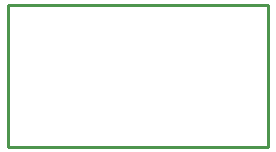
<source format=gko>
G04*
G04 #@! TF.GenerationSoftware,Altium Limited,Altium Designer,19.1.5 (86)*
G04*
G04 Layer_Color=16711935*
%FSAX24Y24*%
%MOIN*%
G70*
G01*
G75*
%ADD12C,0.0100*%
D12*
X018661Y010000D02*
Y014724D01*
X010000D02*
X018661D01*
X010000Y010000D02*
Y014724D01*
Y010000D02*
X018661D01*
M02*

</source>
